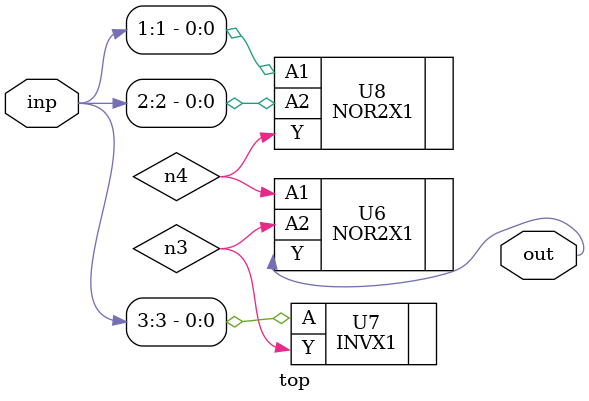
<source format=sv>


module top ( inp, out );
  input [3:0] inp;
  output out;
  wire   n3, n4;

  NOR2X1 U6 ( .A1(n4), .A2(n3), .Y(out) );
  INVX1 U7 ( .A(inp[3]), .Y(n3) );
  NOR2X1 U8 ( .A1(inp[1]), .A2(inp[2]), .Y(n4) );
endmodule


</source>
